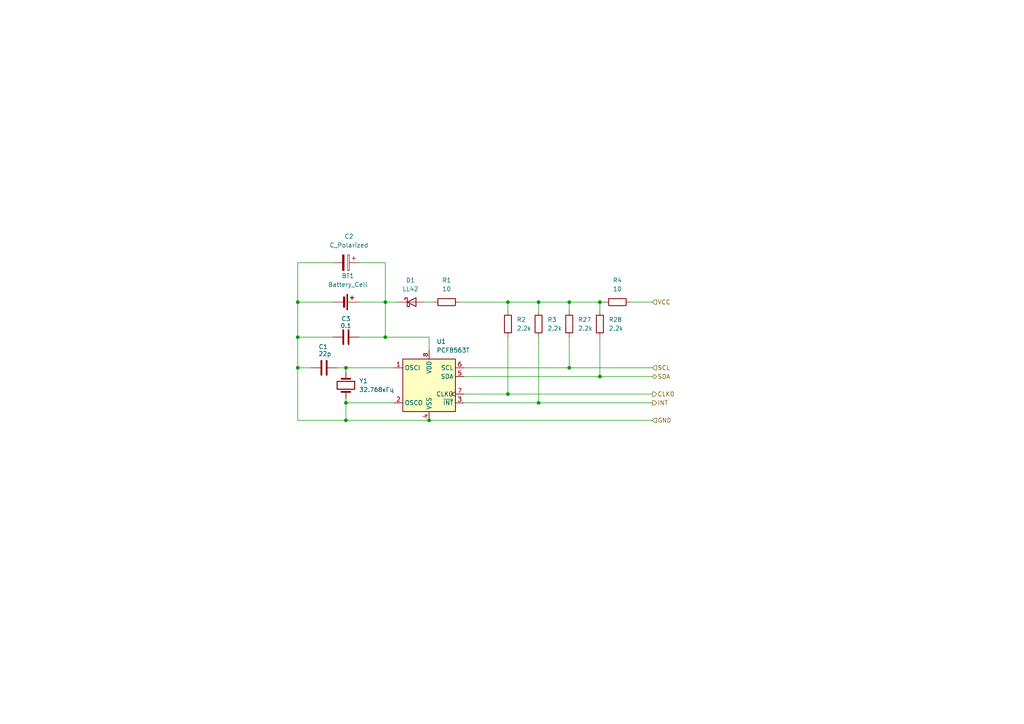
<source format=kicad_sch>
(kicad_sch (version 20250114) (generator "eeschema") (generator_version "9.0")
  (paper "A4")
  (lib_symbols
    (symbol "Device:Battery_Cell" (pin_numbers (hide yes)) (pin_names (offset 0) (hide yes))
      (property "Reference" "BT" (at 2.54 2.54 0))
      (property "Value" "Battery_Cell" (at 2.54 0 0))
      (symbol "Battery_Cell_0_1"
        (rectangle (start -2.286 1.778) (end 2.286 1.524) (fill (type outline)))
        (rectangle (start -1.524 1.016) (end 1.524 0.508) (fill (type outline)))
        (polyline (pts (xy 0 1.778) (xy 0 2.54)))
        (polyline (pts (xy 0 0.762) (xy 0 0)))
        (polyline (pts (xy 0.762 3.048) (xy 1.778 3.048)) (stroke (width 0.254)))
        (polyline (pts (xy 1.27 3.556) (xy 1.27 2.54)) (stroke (width 0.254)))
      )
      (symbol "Battery_Cell_1_1"
        (pin passive line (at 0 5.08 270) (length 2.54) (name "+") (number "1"))
        (pin passive line (at 0 -2.54 90) (length 2.54) (name "-") (number "2"))
      )
    )
    (symbol "Device:C" (pin_numbers (hide yes)) (pin_names (offset 0.254))
      (property "Reference" "C" (at 0.635 2.54 0))
      (property "Value" "C" (at 0.635 -2.54 0))
      (symbol "C_0_1"
        (polyline (pts (xy -2.032 0.762) (xy 2.032 0.762)) (stroke (width 0.508)))
        (polyline (pts (xy -2.032 -0.762) (xy 2.032 -0.762)) (stroke (width 0.508)))
      )
      (symbol "C_1_1"
        (pin passive line (at 0 3.81 270) (length 2.794) (name "~") (number "1"))
        (pin passive line (at 0 -3.81 90) (length 2.794) (name "~") (number "2"))
      )
    )
    (symbol "Device:C_Polarized" (pin_numbers (hide yes)) (pin_names (offset 0.254))
      (property "Reference" "C" (at 0.635 2.54 0))
      (property "Value" "C_Polarized" (at 0.635 -2.54 0))
      (symbol "C_Polarized_0_1"
        (rectangle (start -2.286 0.508) (end 2.286 1.016))
        (polyline (pts (xy -1.778 2.286) (xy -0.762 2.286)))
        (polyline (pts (xy -1.27 2.794) (xy -1.27 1.778)))
        (rectangle (start 2.286 -0.508) (end -2.286 -1.016) (fill (type outline)))
      )
      (symbol "C_Polarized_1_1"
        (pin passive line (at 0 3.81 270) (length 2.794) (name "~") (number "1"))
        (pin passive line (at 0 -3.81 90) (length 2.794) (name "~") (number "2"))
      )
    )
    (symbol "Device:Crystal" (pin_numbers (hide yes)) (pin_names (offset 1.016) (hide yes))
      (property "Reference" "Y" (at 0 3.81 0))
      (property "Value" "Crystal" (at 0 -3.81 0))
      (symbol "Crystal_0_1"
        (polyline (pts (xy -2.54 0) (xy -1.905 0)))
        (polyline (pts (xy -1.905 -1.27) (xy -1.905 1.27)) (stroke (width 0.508)))
        (rectangle (start -1.143 2.54) (end 1.143 -2.54) (stroke (width 0.3048)))
        (polyline (pts (xy 1.905 -1.27) (xy 1.905 1.27)) (stroke (width 0.508)))
        (polyline (pts (xy 2.54 0) (xy 1.905 0)))
      )
      (symbol "Crystal_1_1"
        (pin passive line (at -3.81 0 0) (length 1.27) (name "1") (number "1"))
        (pin passive line (at 3.81 0 180) (length 1.27) (name "2") (number "2"))
      )
    )
    (symbol "Device:R" (pin_numbers (hide yes)) (pin_names (offset 0))
      (property "Reference" "R" (at 2.032 0 90))
      (property "Value" "R" (at 0 0 90))
      (symbol "R_0_1"
        (rectangle (start -1.016 -2.54) (end 1.016 2.54) (stroke (width 0.254)))
      )
      (symbol "R_1_1"
        (pin passive line (at 0 3.81 270) (length 1.27) (name "~") (number "1"))
        (pin passive line (at 0 -3.81 90) (length 1.27) (name "~") (number "2"))
      )
    )
    (symbol "Diode:LL42" (pin_numbers (hide yes)) (pin_names (offset 1.016) (hide yes))
      (property "Reference" "D" (at 0 2.54 0))
      (property "Value" "LL42" (at 0 -2.54 0))
      (symbol "LL42_0_1"
        (polyline (pts (xy -1.905 0.635) (xy -1.905 1.27) (xy -1.27 1.27) (xy -1.27 -1.27) (xy -0.635 -1.27) (xy -0.635 -0.635)) (stroke (width 0.254)))
        (polyline (pts (xy 1.27 1.27) (xy 1.27 -1.27) (xy -1.27 0) (xy 1.27 1.27)) (stroke (width 0.254)))
        (polyline (pts (xy 1.27 0) (xy -1.27 0)))
      )
      (symbol "LL42_1_1"
        (pin passive line (at -3.81 0 0) (length 2.54) (name "K") (number "1"))
        (pin passive line (at 3.81 0 180) (length 2.54) (name "A") (number "2"))
      )
    )
    (symbol "Timer_RTC:PCF8563T"
      (property "Reference" "U" (at -7.62 8.89 0))
      (property "Value" "PCF8563T" (at 2.54 8.89 0))
      (symbol "PCF8563T_0_1"
        (rectangle (start -7.62 7.62) (end 7.62 -7.62) (stroke (width 0.254)) (fill (type background)))
      )
      (symbol "PCF8563T_1_1"
        (pin input line (at -10.16 5.08 0) (length 2.54) (name "OSCI") (number "1"))
        (pin output line (at -10.16 -5.08 0) (length 2.54) (name "OSCO") (number "2"))
        (pin power_in line (at 0 10.16 270) (length 2.54) (name "VDD") (number "8"))
        (pin power_in line (at 0 -10.16 90) (length 2.54) (name "VSS") (number "4"))
        (pin input line (at 10.16 5.08 180) (length 2.54) (name "SCL") (number "6"))
        (pin bidirectional line (at 10.16 2.54 180) (length 2.54) (name "SDA") (number "5"))
        (pin output clock (at 10.16 -2.54 180) (length 2.54) (name "CLKO") (number "7"))
        (pin output line (at 10.16 -5.08 180) (length 2.54) (name "~{INT}") (number "3"))
      )
    )
  )
  (junction (at 165.1 106.68))
  (junction (at 147.32 87.63))
  (junction (at 124.46 121.92))
  (junction (at 173.99 87.63))
  (junction (at 100.33 116.84))
  (junction (at 165.1 87.63))
  (junction (at 100.33 106.68))
  (junction (at 147.32 114.3))
  (junction (at 156.21 116.84))
  (junction (at 100.33 121.92))
  (junction (at 173.99 109.22))
  (junction (at 111.76 87.63))
  (junction (at 86.36 87.63))
  (junction (at 156.21 87.63))
  (junction (at 86.36 106.68))
  (junction (at 86.36 97.79))
  (junction (at 111.76 97.79))
  (wire (pts (xy 114.3 116.84) (xy 100.33 116.84)))
  (wire (pts (xy 100.33 116.84) (xy 100.33 121.92)))
  (wire (pts (xy 182.88 87.63) (xy 189.23 87.63)))
  (wire (pts (xy 96.52 76.2) (xy 86.36 76.2)))
  (wire (pts (xy 147.32 87.63) (xy 147.32 90.17)))
  (wire (pts (xy 100.33 115.57) (xy 100.33 116.84)))
  (wire (pts (xy 86.36 87.63) (xy 86.36 97.79)))
  (wire (pts (xy 165.1 97.79) (xy 165.1 106.68)))
  (wire (pts (xy 134.62 114.3) (xy 147.32 114.3)))
  (wire (pts (xy 86.36 97.79) (xy 86.36 106.68)))
  (wire (pts (xy 134.62 106.68) (xy 165.1 106.68)))
  (wire (pts (xy 111.76 87.63) (xy 115.57 87.63)))
  (wire (pts (xy 147.32 114.3) (xy 189.23 114.3)))
  (wire (pts (xy 114.3 106.68) (xy 100.33 106.68)))
  (wire (pts (xy 86.36 97.79) (xy 96.52 97.79)))
  (wire (pts (xy 156.21 97.79) (xy 156.21 116.84)))
  (wire (pts (xy 104.14 76.2) (xy 111.76 76.2)))
  (wire (pts (xy 147.32 87.63) (xy 156.21 87.63)))
  (wire (pts (xy 133.35 87.63) (xy 147.32 87.63)))
  (wire (pts (xy 156.21 116.84) (xy 189.23 116.84)))
  (wire (pts (xy 147.32 97.79) (xy 147.32 114.3)))
  (wire (pts (xy 111.76 97.79) (xy 104.14 97.79)))
  (wire (pts (xy 165.1 87.63) (xy 165.1 90.17)))
  (wire (pts (xy 124.46 97.79) (xy 111.76 97.79)))
  (wire (pts (xy 86.36 106.68) (xy 90.17 106.68)))
  (wire (pts (xy 173.99 97.79) (xy 173.99 109.22)))
  (wire (pts (xy 104.14 87.63) (xy 111.76 87.63)))
  (wire (pts (xy 100.33 121.92) (xy 124.46 121.92)))
  (wire (pts (xy 173.99 87.63) (xy 175.26 87.63)))
  (wire (pts (xy 165.1 106.68) (xy 189.23 106.68)))
  (wire (pts (xy 173.99 87.63) (xy 173.99 90.17)))
  (wire (pts (xy 156.21 87.63) (xy 156.21 90.17)))
  (wire (pts (xy 124.46 121.92) (xy 189.23 121.92)))
  (wire (pts (xy 86.36 121.92) (xy 86.36 106.68)))
  (wire (pts (xy 134.62 109.22) (xy 173.99 109.22)))
  (wire (pts (xy 134.62 116.84) (xy 156.21 116.84)))
  (wire (pts (xy 165.1 87.63) (xy 173.99 87.63)))
  (wire (pts (xy 100.33 121.92) (xy 86.36 121.92)))
  (wire (pts (xy 111.76 76.2) (xy 111.76 87.63)))
  (wire (pts (xy 156.21 87.63) (xy 165.1 87.63)))
  (wire (pts (xy 97.79 106.68) (xy 100.33 106.68)))
  (wire (pts (xy 111.76 87.63) (xy 111.76 97.79)))
  (wire (pts (xy 123.19 87.63) (xy 125.73 87.63)))
  (wire (pts (xy 86.36 76.2) (xy 86.36 87.63)))
  (wire (pts (xy 173.99 109.22) (xy 189.23 109.22)))
  (wire (pts (xy 86.36 87.63) (xy 96.52 87.63)))
  (wire (pts (xy 100.33 106.68) (xy 100.33 107.95)))
  (wire (pts (xy 124.46 97.79) (xy 124.46 101.6)))
  (hierarchical_label "VCC" (shape input) (at 189.23 87.63 0))
  (hierarchical_label "CLK0" (shape output) (at 189.23 114.3 0))
  (hierarchical_label "SCL" (shape input) (at 189.23 106.68 0))
  (hierarchical_label "INT" (shape output) (at 189.23 116.84 0))
  (hierarchical_label "GND" (shape input) (at 189.23 121.92 0))
  (hierarchical_label "SDA" (shape bidirectional) (at 189.23 109.22 0))
  (symbol (lib_id "Device:R") (at 165.1 93.98 0) (unit 1)
    (property "Reference" "R27" (at 167.64 92.7099 0) (effects (justify left)))
    (property "Value" "2.2k" (at 167.64 95.2499 0) (effects (justify left)))
    (property "Footprint" "Resistor_SMD:R_0805_2012Metric" (effects (hide yes)))
    (property "Description" "Resistor" (effects (hide yes)))
  )
  (symbol (lib_id "Device:Crystal") (at 100.33 111.76 270) (unit 1)
    (property "Reference" "Y1" (at 104.14 110.4899 90) (effects (justify left)))
    (property "Value" "32.768кГц" (at 104.14 113.0299 90) (effects (justify left)))
    (property "Footprint" "Crystal:Crystal_SMD_EuroQuartz_EQ161-2Pin_3.2x1.5mm" (effects (hide yes)))
    (property "Description" "smd 3.2x1.5мм" (effects (hide yes)))
  )
  (symbol (lib_id "Device:C") (at 93.98 106.68 270) (unit 1)
    (property "Reference" "C1" (at 93.726 100.584 90))
    (property "Value" "22p" (at 94.234 102.616 90))
    (property "Footprint" "Capacitor_SMD:C_0805_2012Metric" (effects (hide yes)))
    (property "Description" "Unpolarized capacitor" (effects (hide yes)))
  )
  (symbol (lib_id "Device:R") (at 179.07 87.63 90) (unit 1)
    (property "Reference" "R4" (at 179.07 81.28 90))
    (property "Value" "10" (at 179.07 83.82 90))
    (property "Footprint" "Resistor_SMD:R_0805_2012Metric" (effects (hide yes)))
    (property "Description" "Resistor" (effects (hide yes)))
  )
  (symbol (lib_id "Device:C") (at 100.33 97.79 90) (unit 1)
    (property "Reference" "C3" (at 100.33 92.456 90))
    (property "Value" "0.1" (at 100.33 94.488 90))
    (property "Footprint" "Capacitor_SMD:C_0805_2012Metric" (effects (hide yes)))
    (property "Description" "Unpolarized capacitor" (effects (hide yes)))
  )
  (symbol (lib_id "Diode:LL42") (at 119.38 87.63 0) (unit 1)
    (property "Reference" "D1" (at 119.0625 81.28 0))
    (property "Value" "LL42" (at 119.0625 83.82 0))
    (property "Footprint" "Diode_SMD:D_MiniMELF" (effects (hide yes)))
    (property "Datasheet" "http://www.vishay.com/docs/85672/ll42.pdf" (effects (hide yes)))
    (property "Description" "30V 0.2A Small Signal Schottky diode, MiniMELF" (effects (hide yes)))
  )
  (symbol (lib_id "Timer_RTC:PCF8563T") (at 124.46 111.76 0) (unit 1)
    (property "Reference" "U1" (at 126.6033 99.06 0) (effects (justify left)))
    (property "Value" "PCF8563T" (at 126.6033 101.6 0) (effects (justify left)))
    (property "Footprint" "Package_SO:SOIC-8_3.9x4.9mm_P1.27mm" (effects (hide yes)))
    (property "Datasheet" "https://www.nxp.com/docs/en/data-sheet/PCF8563.pdf" (effects (hide yes)))
    (property "Description" "Realtime Clock/Calendar I2C Interface, SOIC-8" (effects (hide yes)))
  )
  (symbol (lib_id "Device:R") (at 129.54 87.63 90) (unit 1)
    (property "Reference" "R1" (at 129.54 81.28 90))
    (property "Value" "10" (at 129.54 83.82 90))
    (property "Footprint" "Resistor_SMD:R_0805_2012Metric" (effects (hide yes)))
    (property "Description" "Resistor" (effects (hide yes)))
  )
  (symbol (lib_id "Device:Battery_Cell") (at 99.06 87.63 270) (mirror x) (unit 1)
    (property "Reference" "BT1" (at 100.9015 80.01 90))
    (property "Value" "Battery_Cell" (at 100.9015 82.55 90))
    (property "Footprint" "Battery:Battery_Panasonic_CR2032-HFN_Horizontal_CircularHoles" (effects (hide yes)))
    (property "Description" "Single-cell battery" (effects (hide yes)))
  )
  (symbol (lib_id "Device:C_Polarized") (at 100.33 76.2 270) (unit 1)
    (property "Reference" "C2" (at 101.219 68.58 90))
    (property "Value" "C_Polarized" (at 101.219 71.12 90))
    (property "Footprint" "Battery:Battery_Panasonic_CR2032-HFN_Horizontal_CircularHoles" (effects (hide yes)))
    (property "Description" "Polarized capacitor" (effects (hide yes)))
  )
  (symbol (lib_id "Device:R") (at 173.99 93.98 0) (unit 1)
    (property "Reference" "R28" (at 176.53 92.7099 0) (effects (justify left)))
    (property "Value" "2.2k" (at 176.53 95.2499 0) (effects (justify left)))
    (property "Footprint" "Resistor_SMD:R_0805_2012Metric" (effects (hide yes)))
    (property "Description" "Resistor" (effects (hide yes)))
  )
  (symbol (lib_id "Device:R") (at 156.21 93.98 0) (unit 1)
    (property "Reference" "R3" (at 158.75 92.7099 0) (effects (justify left)))
    (property "Value" "2.2k" (at 158.75 95.2499 0) (effects (justify left)))
    (property "Footprint" "Resistor_SMD:R_0805_2012Metric" (effects (hide yes)))
    (property "Description" "Resistor" (effects (hide yes)))
  )
  (symbol (lib_id "Device:R") (at 147.32 93.98 0) (unit 1)
    (property "Reference" "R2" (at 149.86 92.7099 0) (effects (justify left)))
    (property "Value" "2.2k" (at 149.86 95.2499 0) (effects (justify left)))
    (property "Footprint" "Resistor_SMD:R_0805_2012Metric" (effects (hide yes)))
    (property "Description" "Resistor" (effects (hide yes)))
  )
)
</source>
